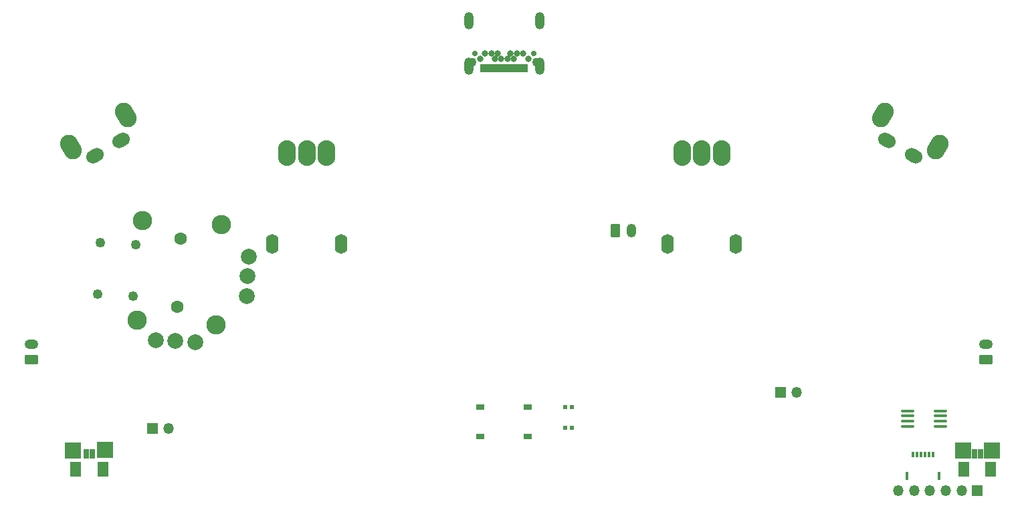
<source format=gbr>
%TF.GenerationSoftware,KiCad,Pcbnew,8.0.2*%
%TF.CreationDate,2024-08-23T15:15:22-07:00*%
%TF.ProjectId,UGC_Main_R4,5547435f-4d61-4696-9e5f-52342e6b6963,rev?*%
%TF.SameCoordinates,Original*%
%TF.FileFunction,Soldermask,Bot*%
%TF.FilePolarity,Negative*%
%FSLAX46Y46*%
G04 Gerber Fmt 4.6, Leading zero omitted, Abs format (unit mm)*
G04 Created by KiCad (PCBNEW 8.0.2) date 2024-08-23 15:15:22*
%MOMM*%
%LPD*%
G01*
G04 APERTURE LIST*
G04 Aperture macros list*
%AMRoundRect*
0 Rectangle with rounded corners*
0 $1 Rounding radius*
0 $2 $3 $4 $5 $6 $7 $8 $9 X,Y pos of 4 corners*
0 Add a 4 corners polygon primitive as box body*
4,1,4,$2,$3,$4,$5,$6,$7,$8,$9,$2,$3,0*
0 Add four circle primitives for the rounded corners*
1,1,$1+$1,$2,$3*
1,1,$1+$1,$4,$5*
1,1,$1+$1,$6,$7*
1,1,$1+$1,$8,$9*
0 Add four rect primitives between the rounded corners*
20,1,$1+$1,$2,$3,$4,$5,0*
20,1,$1+$1,$4,$5,$6,$7,0*
20,1,$1+$1,$6,$7,$8,$9,0*
20,1,$1+$1,$8,$9,$2,$3,0*%
%AMHorizOval*
0 Thick line with rounded ends*
0 $1 width*
0 $2 $3 position (X,Y) of the first rounded end (center of the circle)*
0 $4 $5 position (X,Y) of the second rounded end (center of the circle)*
0 Add line between two ends*
20,1,$1,$2,$3,$4,$5,0*
0 Add two circle primitives to create the rounded ends*
1,1,$1,$2,$3*
1,1,$1,$4,$5*%
G04 Aperture macros list end*
%ADD10O,2.250000X3.250000*%
%ADD11O,1.600000X2.500000*%
%ADD12R,1.350000X1.350000*%
%ADD13O,1.350000X1.350000*%
%ADD14C,2.450000*%
%ADD15C,1.600000*%
%ADD16C,1.250000*%
%ADD17C,2.000000*%
%ADD18HorizOval,2.250000X-0.250000X0.433013X0.250000X-0.433013X0*%
%ADD19HorizOval,1.700000X0.259808X0.150000X-0.259808X-0.150000X0*%
%ADD20HorizOval,2.250000X-0.250000X-0.433013X0.250000X0.433013X0*%
%ADD21HorizOval,1.700000X0.259808X-0.150000X-0.259808X0.150000X0*%
%ADD22R,1.000000X0.750000*%
%ADD23R,2.000000X2.000000*%
%ADD24RoundRect,0.102000X0.250000X0.500000X-0.250000X0.500000X-0.250000X-0.500000X0.250000X-0.500000X0*%
%ADD25RoundRect,0.102000X0.600000X0.850000X-0.600000X0.850000X-0.600000X-0.850000X0.600000X-0.850000X0*%
%ADD26R,0.500000X0.550000*%
%ADD27RoundRect,0.250000X0.625000X-0.350000X0.625000X0.350000X-0.625000X0.350000X-0.625000X-0.350000X0*%
%ADD28O,1.750000X1.200000*%
%ADD29R,0.300000X0.700000*%
%ADD30R,0.300000X1.000000*%
%ADD31RoundRect,0.250000X-0.350000X-0.625000X0.350000X-0.625000X0.350000X0.625000X-0.350000X0.625000X0*%
%ADD32O,1.200000X1.750000*%
%ADD33C,0.700000*%
%ADD34RoundRect,0.102000X-0.175000X0.445000X-0.175000X-0.445000X0.175000X-0.445000X0.175000X0.445000X0*%
%ADD35C,0.804000*%
%ADD36O,1.204000X2.204000*%
%ADD37C,1.104000*%
%ADD38RoundRect,0.100000X0.712500X0.100000X-0.712500X0.100000X-0.712500X-0.100000X0.712500X-0.100000X0*%
G04 APERTURE END LIST*
D10*
%TO.C,RV2*%
X243483657Y-101434400D03*
X240983657Y-101434400D03*
X245983657Y-101434400D03*
D11*
X247833657Y-112934400D03*
X239133657Y-112934400D03*
%TD*%
D10*
%TO.C,RV1*%
X193483657Y-101434400D03*
X190983657Y-101434400D03*
X195983657Y-101434400D03*
D11*
X197833657Y-112934400D03*
X189133657Y-112934400D03*
%TD*%
D12*
%TO.C,J8*%
X253457200Y-131775200D03*
D13*
X255457200Y-131775200D03*
%TD*%
D14*
%TO.C,SW6*%
X172671539Y-110006388D03*
X172009489Y-122639052D03*
D15*
X177558707Y-112290293D03*
X177108617Y-120878507D03*
D14*
X182657835Y-110529748D03*
X181995785Y-123162412D03*
D16*
X171861497Y-113043156D03*
X171521313Y-119534248D03*
X167367664Y-112807644D03*
X167027480Y-119298736D03*
D17*
X174381765Y-125141637D03*
X176878339Y-125272477D03*
X179374913Y-125403317D03*
X185890899Y-119536297D03*
X186021739Y-117039723D03*
X186152579Y-114543149D03*
%TD*%
D18*
%TO.C,SW7*%
X163618112Y-100644336D03*
X170546316Y-96644336D03*
D19*
X166643465Y-101784400D03*
X170020963Y-99834400D03*
%TD*%
D20*
%TO.C,SW8*%
X266420998Y-96644336D03*
X273349202Y-100644336D03*
D21*
X266946351Y-99834400D03*
X270323849Y-101784400D03*
%TD*%
D12*
%TO.C,J4*%
X278380200Y-144195800D03*
D13*
X276380200Y-144195800D03*
X274380200Y-144195800D03*
X272380200Y-144195800D03*
X270380200Y-144195800D03*
X268380200Y-144195800D03*
%TD*%
D12*
%TO.C,J9*%
X173955200Y-136347200D03*
D13*
X175955200Y-136347200D03*
%TD*%
D22*
%TO.C,SW14*%
X221483657Y-133609400D03*
X215483657Y-133609400D03*
X221483657Y-137359400D03*
X215483657Y-137359400D03*
%TD*%
D23*
%TO.C,TP7*%
X163931600Y-139090400D03*
%TD*%
D24*
%TO.C,J10*%
X166363600Y-139564800D03*
X165563600Y-139564800D03*
D25*
X167663600Y-141514800D03*
X164263600Y-141514800D03*
%TD*%
D23*
%TO.C,TP1*%
X276555200Y-139090400D03*
%TD*%
D26*
%TO.C,SW15*%
X227025200Y-136245600D03*
X226225200Y-136245600D03*
X227025200Y-133595600D03*
X226225200Y-133595600D03*
%TD*%
D23*
%TO.C,TP6*%
X167995600Y-139065000D03*
%TD*%
D27*
%TO.C,J7*%
X279501600Y-127635000D03*
D28*
X279501600Y-125635000D03*
%TD*%
D29*
%TO.C,J13*%
X272740173Y-139656580D03*
X272240173Y-139656580D03*
X271740173Y-139656580D03*
X271240173Y-139656580D03*
X270740173Y-139656580D03*
X270240173Y-139656580D03*
D30*
X273530173Y-142306580D03*
X269450173Y-142306580D03*
%TD*%
D23*
%TO.C,TP2*%
X280199742Y-139096669D03*
%TD*%
D24*
%TO.C,J1*%
X278784000Y-139564800D03*
X277984000Y-139564800D03*
D25*
X280084000Y-141514800D03*
X276684000Y-141514800D03*
%TD*%
D31*
%TO.C,B1*%
X232547596Y-111285471D03*
D32*
X234547596Y-111285471D03*
%TD*%
D27*
%TO.C,J6*%
X158623000Y-127635000D03*
D28*
X158623000Y-125635000D03*
%TD*%
D33*
%TO.C,J5*%
X214758635Y-88804400D03*
X222208635Y-88804400D03*
D34*
X215733635Y-90709400D03*
X216233635Y-90709400D03*
X216733635Y-90709400D03*
X217233635Y-90709400D03*
X217733635Y-90709400D03*
X218233635Y-90709400D03*
X218733635Y-90709400D03*
X219233635Y-90709400D03*
X219733635Y-90709400D03*
X220233635Y-90709400D03*
X220733635Y-90709400D03*
X221233635Y-90709400D03*
D35*
X221533635Y-89504400D03*
X220883635Y-88804400D03*
X220083635Y-88804400D03*
X219683635Y-89504400D03*
X219283635Y-88804400D03*
X218883635Y-89504400D03*
X218083635Y-89504400D03*
X217683635Y-88804400D03*
X217283635Y-89504400D03*
X216883635Y-88804400D03*
X216083635Y-88804400D03*
X215433635Y-89504400D03*
D36*
X213983635Y-84704400D03*
D37*
X214433635Y-89904400D03*
D36*
X213983635Y-90454400D03*
X222983635Y-84704400D03*
D37*
X222533635Y-89904400D03*
D36*
X222983635Y-90454400D03*
%TD*%
D38*
%TO.C,U7*%
X273740100Y-134102200D03*
X273740100Y-134752200D03*
X273740100Y-135402200D03*
X273740100Y-136052200D03*
X269515100Y-136052200D03*
X269515100Y-135402200D03*
X269515100Y-134752200D03*
X269515100Y-134102200D03*
%TD*%
M02*

</source>
